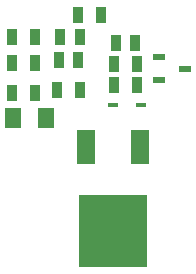
<source format=gbp>
G04*
G04 #@! TF.GenerationSoftware,Altium Limited,Altium Designer,19.1.7 (138)*
G04*
G04 Layer_Color=128*
%FSLAX24Y24*%
%MOIN*%
G70*
G01*
G75*
%ADD14R,0.0378X0.0547*%
%ADD19R,0.0374X0.0551*%
%ADD34R,0.0630X0.1181*%
%ADD35R,0.2283X0.2441*%
%ADD36R,0.0331X0.0181*%
%ADD37R,0.0528X0.0709*%
%ADD38R,0.0413X0.0236*%
D14*
X5581Y-3700D02*
D03*
X6219D02*
D03*
X3681Y-4250D02*
D03*
X4319D02*
D03*
X4369Y-3500D02*
D03*
X3731D02*
D03*
D19*
X5526Y-5100D02*
D03*
X6274D02*
D03*
X5526Y-4400D02*
D03*
X6274D02*
D03*
X2126Y-3500D02*
D03*
X2874D02*
D03*
X2126Y-4350D02*
D03*
X2874D02*
D03*
X2126Y-5350D02*
D03*
X2874D02*
D03*
X4374Y-5250D02*
D03*
X3626D02*
D03*
X4326Y-2750D02*
D03*
X5074D02*
D03*
D34*
X4600Y-7159D02*
D03*
X6400D02*
D03*
D35*
X5500Y-9955D02*
D03*
D36*
X6403Y-5750D02*
D03*
X5497D02*
D03*
D37*
X2137Y-6200D02*
D03*
X3263D02*
D03*
D38*
X7017Y-4924D02*
D03*
Y-4176D02*
D03*
X7883Y-4550D02*
D03*
M02*

</source>
